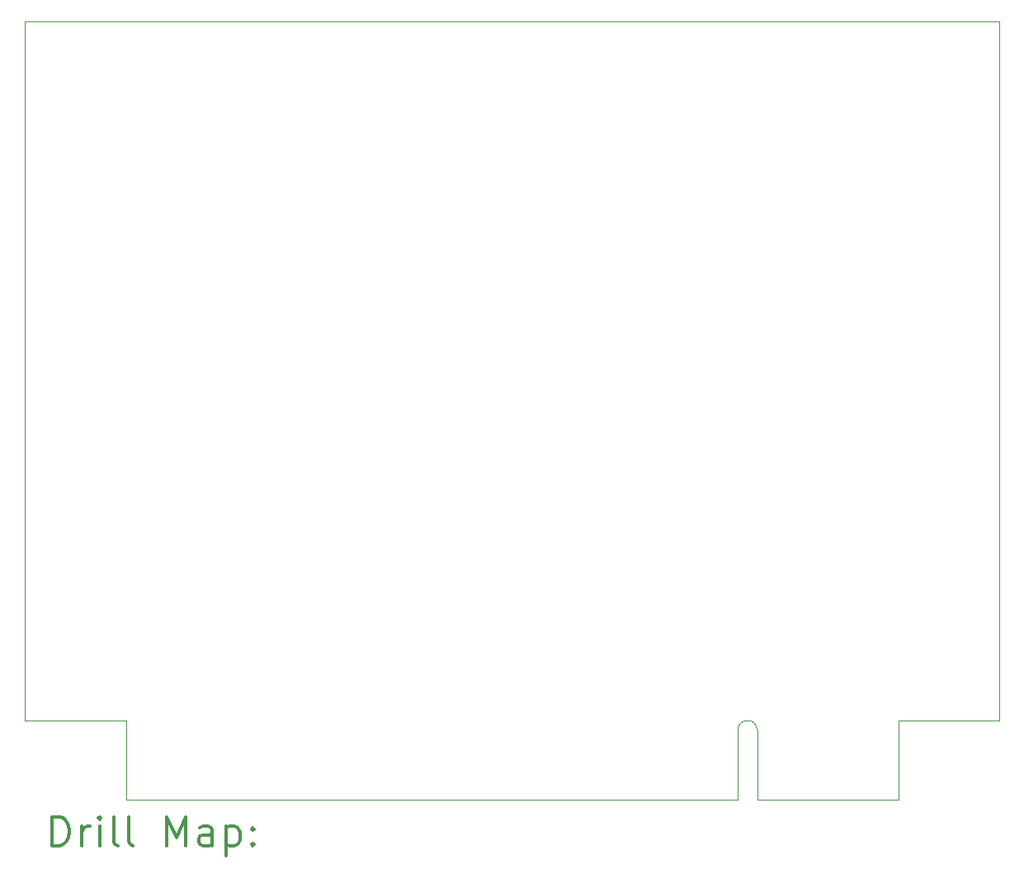
<source format=gbr>
%FSLAX45Y45*%
G04 Gerber Fmt 4.5, Leading zero omitted, Abs format (unit mm)*
G04 Created by KiCad (PCBNEW (5.1.8)-1) date 2022-01-11 15:47:59*
%MOMM*%
%LPD*%
G01*
G04 APERTURE LIST*
%TA.AperFunction,Profile*%
%ADD10C,0.100000*%
%TD*%
%ADD11C,0.200000*%
%ADD12C,0.300000*%
G04 APERTURE END LIST*
D10*
X16496000Y-13031000D02*
G75*
G02*
X16692000Y-13031000I98000J0D01*
G01*
X16692000Y-13750000D02*
X16692000Y-13031000D01*
X16496600Y-13750000D02*
X16496000Y-13031000D01*
X18141000Y-13750000D02*
X18141000Y-12933000D01*
X10216000Y-13750000D02*
X10216000Y-12933000D01*
X18141000Y-13750000D02*
X16692000Y-13750000D01*
X16496600Y-13750000D02*
X10216000Y-13750000D01*
X10216000Y-12933000D02*
X9179000Y-12933000D01*
X9180000Y-5750000D02*
X19180000Y-5750000D01*
X9179000Y-12933000D02*
X9180000Y-5750000D01*
X19178000Y-12933000D02*
X18141000Y-12933000D01*
X19180000Y-5750000D02*
X19178000Y-12933000D01*
D11*
D12*
X9460428Y-14220714D02*
X9460428Y-13920714D01*
X9531857Y-13920714D01*
X9574714Y-13935000D01*
X9603286Y-13963571D01*
X9617571Y-13992143D01*
X9631857Y-14049286D01*
X9631857Y-14092143D01*
X9617571Y-14149286D01*
X9603286Y-14177857D01*
X9574714Y-14206429D01*
X9531857Y-14220714D01*
X9460428Y-14220714D01*
X9760428Y-14220714D02*
X9760428Y-14020714D01*
X9760428Y-14077857D02*
X9774714Y-14049286D01*
X9789000Y-14035000D01*
X9817571Y-14020714D01*
X9846143Y-14020714D01*
X9946143Y-14220714D02*
X9946143Y-14020714D01*
X9946143Y-13920714D02*
X9931857Y-13935000D01*
X9946143Y-13949286D01*
X9960428Y-13935000D01*
X9946143Y-13920714D01*
X9946143Y-13949286D01*
X10131857Y-14220714D02*
X10103286Y-14206429D01*
X10089000Y-14177857D01*
X10089000Y-13920714D01*
X10289000Y-14220714D02*
X10260428Y-14206429D01*
X10246143Y-14177857D01*
X10246143Y-13920714D01*
X10631857Y-14220714D02*
X10631857Y-13920714D01*
X10731857Y-14135000D01*
X10831857Y-13920714D01*
X10831857Y-14220714D01*
X11103286Y-14220714D02*
X11103286Y-14063571D01*
X11089000Y-14035000D01*
X11060428Y-14020714D01*
X11003286Y-14020714D01*
X10974714Y-14035000D01*
X11103286Y-14206429D02*
X11074714Y-14220714D01*
X11003286Y-14220714D01*
X10974714Y-14206429D01*
X10960428Y-14177857D01*
X10960428Y-14149286D01*
X10974714Y-14120714D01*
X11003286Y-14106429D01*
X11074714Y-14106429D01*
X11103286Y-14092143D01*
X11246143Y-14020714D02*
X11246143Y-14320714D01*
X11246143Y-14035000D02*
X11274714Y-14020714D01*
X11331857Y-14020714D01*
X11360428Y-14035000D01*
X11374714Y-14049286D01*
X11389000Y-14077857D01*
X11389000Y-14163571D01*
X11374714Y-14192143D01*
X11360428Y-14206429D01*
X11331857Y-14220714D01*
X11274714Y-14220714D01*
X11246143Y-14206429D01*
X11517571Y-14192143D02*
X11531857Y-14206429D01*
X11517571Y-14220714D01*
X11503286Y-14206429D01*
X11517571Y-14192143D01*
X11517571Y-14220714D01*
X11517571Y-14035000D02*
X11531857Y-14049286D01*
X11517571Y-14063571D01*
X11503286Y-14049286D01*
X11517571Y-14035000D01*
X11517571Y-14063571D01*
M02*

</source>
